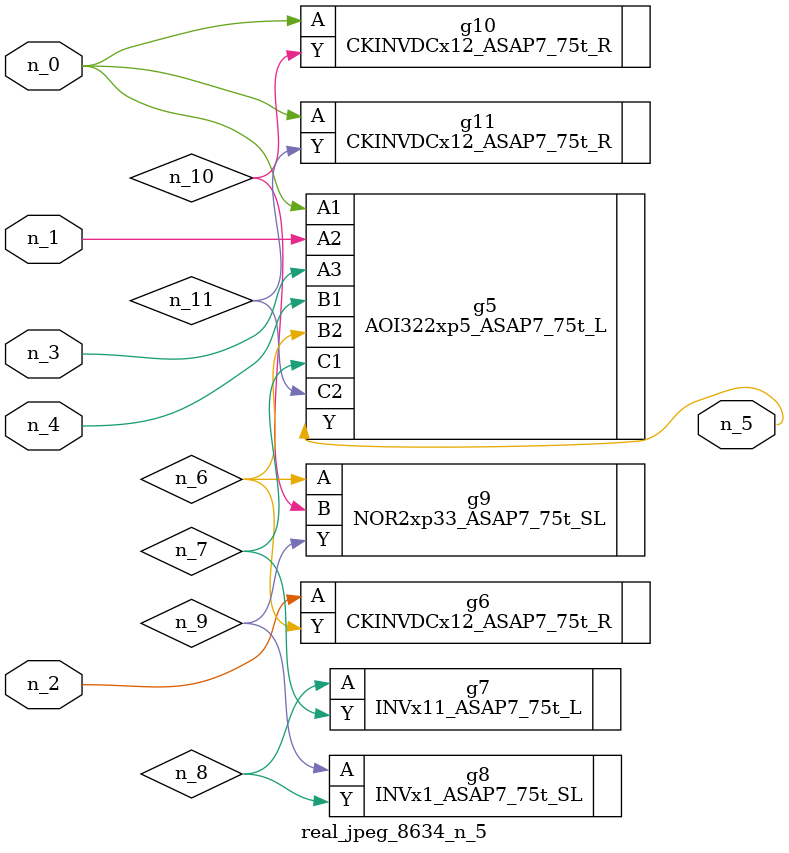
<source format=v>
module real_jpeg_8634_n_5 (n_4, n_0, n_1, n_2, n_3, n_5);

input n_4;
input n_0;
input n_1;
input n_2;
input n_3;

output n_5;

wire n_8;
wire n_11;
wire n_6;
wire n_7;
wire n_10;
wire n_9;

AOI322xp5_ASAP7_75t_L g5 ( 
.A1(n_0),
.A2(n_1),
.A3(n_3),
.B1(n_4),
.B2(n_6),
.C1(n_7),
.C2(n_11),
.Y(n_5)
);

CKINVDCx12_ASAP7_75t_R g10 ( 
.A(n_0),
.Y(n_10)
);

CKINVDCx12_ASAP7_75t_R g11 ( 
.A(n_0),
.Y(n_11)
);

CKINVDCx12_ASAP7_75t_R g6 ( 
.A(n_2),
.Y(n_6)
);

NOR2xp33_ASAP7_75t_SL g9 ( 
.A(n_6),
.B(n_10),
.Y(n_9)
);

INVx11_ASAP7_75t_L g7 ( 
.A(n_8),
.Y(n_7)
);

INVx1_ASAP7_75t_SL g8 ( 
.A(n_9),
.Y(n_8)
);


endmodule
</source>
